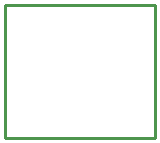
<source format=gko>
G04 Layer: BoardOutlineLayer*
G04 EasyEDA v6.5.34, 2023-09-07 17:04:59*
G04 f697fdafff0640ba919c3c9aeae9fa65,0b3e81c085af431c91bff7fd5324728f,10*
G04 Gerber Generator version 0.2*
G04 Scale: 100 percent, Rotated: No, Reflected: No *
G04 Dimensions in millimeters *
G04 leading zeros omitted , absolute positions ,4 integer and 5 decimal *
%FSLAX45Y45*%
%MOMM*%

%ADD10C,0.2540*%
D10*
X1511300Y4826000D02*
G01*
X2781300Y4826000D01*
X2781300Y3700018D01*
X1511300Y3700018D01*
X1511300Y4826000D01*

%LPD*%
M02*

</source>
